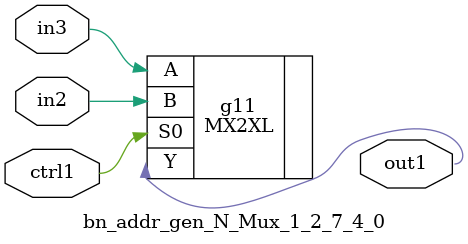
<source format=v>
`timescale 1ps / 1ps


module bn_addr_gen_N_Mux_1_2_7_4_0(in3, in2, ctrl1, out1);
  input in3, in2, ctrl1;
  output out1;
  wire in3, in2, ctrl1;
  wire out1;
  MX2XL g11(.A (in3), .B (in2), .S0 (ctrl1), .Y (out1));
endmodule



</source>
